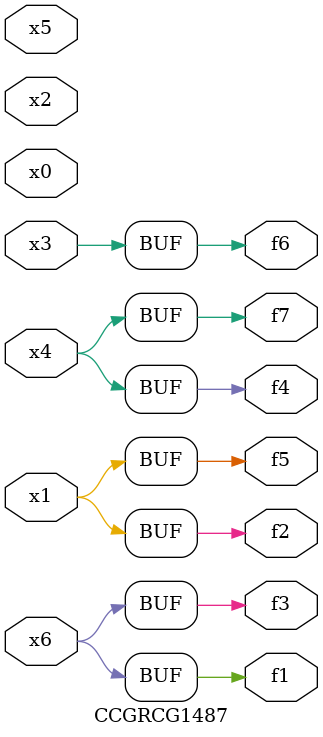
<source format=v>
module CCGRCG1487(
	input x0, x1, x2, x3, x4, x5, x6,
	output f1, f2, f3, f4, f5, f6, f7
);
	assign f1 = x6;
	assign f2 = x1;
	assign f3 = x6;
	assign f4 = x4;
	assign f5 = x1;
	assign f6 = x3;
	assign f7 = x4;
endmodule

</source>
